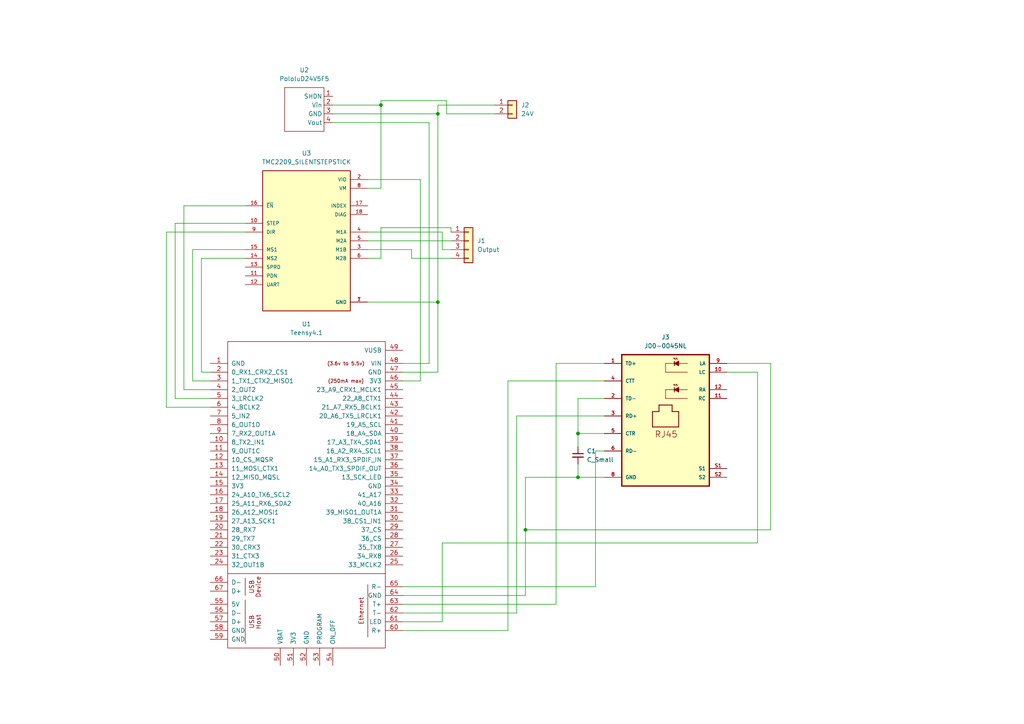
<source format=kicad_sch>
(kicad_sch (version 20231120) (generator "eeschema") (generator_version "8.0")
  (paper "A4")
  (title_block (title "Arm_Controller_Board") (date "2024-04-24"))
  (lib_symbols
    (symbol "Connector_Generic:Conn_01x02" (pin_names (offset 1.016) hide)
      (property "Reference" "J" (at 0 2.54 0))
      (property "Value" "Conn_01x02" (at 0 -5.08 0))
      (symbol "Conn_01x02_1_1"
        (rectangle (start -1.27 -2.413) (end 0 -2.667) (stroke (width 0.1524)))
        (rectangle (start -1.27 0.127) (end 0 -0.127) (stroke (width 0.1524)))
        (rectangle (start -1.27 1.27) (end 1.27 -3.81) (stroke (width 0.254)) (fill (type background)))
        (pin passive line (at -5.08 0 0) (length 3.81) (name "Pin_1") (number "1"))
        (pin passive line (at -5.08 -2.54 0) (length 3.81) (name "Pin_2") (number "2"))
      )
    )
    (symbol "Connector_Generic:Conn_01x04" (pin_names (offset 1.016) hide)
      (property "Reference" "J" (at 0 5.08 0))
      (property "Value" "Conn_01x04" (at 0 -7.62 0))
      (symbol "Conn_01x04_1_1"
        (rectangle (start -1.27 -4.953) (end 0 -5.207) (stroke (width 0.1524)))
        (rectangle (start -1.27 -2.413) (end 0 -2.667) (stroke (width 0.1524)))
        (rectangle (start -1.27 0.127) (end 0 -0.127) (stroke (width 0.1524)))
        (rectangle (start -1.27 2.667) (end 0 2.413) (stroke (width 0.1524)))
        (rectangle (start -1.27 3.81) (end 1.27 -6.35) (stroke (width 0.254)) (fill (type background)))
        (pin passive line (at -5.08 2.54 0) (length 3.81) (name "Pin_1") (number "1"))
        (pin passive line (at -5.08 0 0) (length 3.81) (name "Pin_2") (number "2"))
        (pin passive line (at -5.08 -2.54 0) (length 3.81) (name "Pin_3") (number "3"))
        (pin passive line (at -5.08 -5.08 0) (length 3.81) (name "Pin_4") (number "4"))
      )
    )
    (symbol "Device:C_Small" (pin_numbers hide) (pin_names (offset 0.254) hide)
      (property "Reference" "C" (at 0.254 1.778 0))
      (property "Value" "C_Small" (at 0.254 -2.032 0))
      (symbol "C_Small_0_1"
        (polyline (pts (xy -1.524 -0.508) (xy 1.524 -0.508)) (stroke (width 0.3302)))
        (polyline (pts (xy -1.524 0.508) (xy 1.524 0.508)) (stroke (width 0.3048)))
      )
      (symbol "C_Small_1_1"
        (pin passive line (at 0 2.54 270) (length 2.032) (name "~") (number "1"))
        (pin passive line (at 0 -2.54 90) (length 2.032) (name "~") (number "2"))
      )
    )
    (symbol "EthernetHead:J00-0045NL" (pin_names (offset 1.016))
      (property "Reference" "J" (at -12.7418 21.6609 0))
      (property "Value" "J00-0045NL" (at -12.7427 -21.0253 0))
      (symbol "J00-0045NL_0_0"
        (rectangle (start -12.7 -17.78) (end 12.7 20.32) (stroke (width 0.4064)) (fill (type background)))
        (polyline (pts (xy -3.81 -0.635) (xy -3.81 3.81)) (stroke (width 0.254)))
        (polyline (pts (xy -3.81 3.81) (xy -1.905 3.81)) (stroke (width 0.254)))
        (polyline (pts (xy -1.905 3.81) (xy -1.905 5.715)) (stroke (width 0.254)))
        (polyline (pts (xy -1.905 5.715) (xy 1.905 5.715)) (stroke (width 0.254)))
        (polyline (pts (xy 0 10.16) (xy 0 7.62)) (stroke (width 0.1524)))
        (polyline (pts (xy 0 17.78) (xy 0 15.24)) (stroke (width 0.1524)))
        (polyline (pts (xy 1.905 3.81) (xy 3.81 3.81)) (stroke (width 0.254)))
        (polyline (pts (xy 1.905 5.715) (xy 1.905 3.81)) (stroke (width 0.254)))
        (polyline (pts (xy 2.413 11.7157) (xy 2.413 11.3982)) (stroke (width 0.1524)))
        (polyline (pts (xy 2.413 11.7157) (xy 2.7305 11.7157)) (stroke (width 0.1524)))
        (polyline (pts (xy 2.413 19.3357) (xy 2.413 19.0182)) (stroke (width 0.1524)))
        (polyline (pts (xy 2.413 19.3357) (xy 2.7305 19.3357)) (stroke (width 0.1524)))
        (polyline (pts (xy 2.54 10.16) (xy 0 10.16)) (stroke (width 0.1524)))
        (polyline (pts (xy 2.54 10.16) (xy 2.54 9.525)) (stroke (width 0.254)))
        (polyline (pts (xy 2.54 10.16) (xy 3.81 10.795)) (stroke (width 0.254)))
        (polyline (pts (xy 2.54 10.795) (xy 2.54 10.16)) (stroke (width 0.254)))
        (polyline (pts (xy 2.54 17.78) (xy 0 17.78)) (stroke (width 0.1524)))
        (polyline (pts (xy 2.54 17.78) (xy 2.54 17.145)) (stroke (width 0.254)))
        (polyline (pts (xy 2.54 17.78) (xy 3.81 18.415)) (stroke (width 0.254)))
        (polyline (pts (xy 2.54 18.415) (xy 2.54 17.78)) (stroke (width 0.254)))
        (polyline (pts (xy 2.8892 11.2394) (xy 2.413 11.7157)) (stroke (width 0.1524)))
        (polyline (pts (xy 2.8892 18.8594) (xy 2.413 19.3357)) (stroke (width 0.1524)))
        (polyline (pts (xy 3.048 11.7157) (xy 3.048 11.3982)) (stroke (width 0.1524)))
        (polyline (pts (xy 3.048 11.7157) (xy 3.3655 11.7157)) (stroke (width 0.1524)))
        (polyline (pts (xy 3.048 19.3357) (xy 3.048 19.0182)) (stroke (width 0.1524)))
        (polyline (pts (xy 3.048 19.3357) (xy 3.3655 19.3357)) (stroke (width 0.1524)))
        (polyline (pts (xy 3.5242 11.2394) (xy 3.048 11.7157)) (stroke (width 0.1524)))
        (polyline (pts (xy 3.5242 18.8594) (xy 3.048 19.3357)) (stroke (width 0.1524)))
        (polyline (pts (xy 3.81 -0.635) (xy -3.81 -0.635)) (stroke (width 0.254)))
        (polyline (pts (xy 3.81 3.81) (xy 3.81 -0.635)) (stroke (width 0.254)))
        (polyline (pts (xy 3.81 9.525) (xy 2.54 10.16)) (stroke (width 0.254)))
        (polyline (pts (xy 3.81 10.16) (xy 3.81 9.525)) (stroke (width 0.254)))
        (polyline (pts (xy 3.81 10.795) (xy 3.81 10.16)) (stroke (width 0.254)))
        (polyline (pts (xy 3.81 17.145) (xy 2.54 17.78)) (stroke (width 0.254)))
        (polyline (pts (xy 3.81 17.78) (xy 3.81 17.145)) (stroke (width 0.254)))
        (polyline (pts (xy 3.81 18.415) (xy 3.81 17.78)) (stroke (width 0.254)))
        (polyline (pts (xy 6.35 7.62) (xy 0.0317 7.62)) (stroke (width 0.1524)))
        (polyline (pts (xy 6.35 10.16) (xy 3.81 10.16)) (stroke (width 0.1524)))
        (polyline (pts (xy 6.35 15.24) (xy 0 15.24)) (stroke (width 0.1524)))
        (polyline (pts (xy 6.35 17.78) (xy 3.81 17.78)) (stroke (width 0.1524)))
        (polyline (pts (xy 2.667 17.78) (xy 3.81 18.415) (xy 3.81 17.145) (xy 2.667 17.78)) (stroke (width 0.1524)) (fill (type outline)))
        (polyline (pts (xy 3.81 10.795) (xy 2.54 10.16) (xy 3.81 9.525) (xy 3.81 10.795)) (stroke (width 0.1524)) (fill (type outline)))
        (text "RJ45" (at -3.1811 -3.8174 0) (effects (font (size 1.7814 1.7814)) (justify left bottom)))
        (pin passive line (at -17.78 17.78 0) (length 5.08) (name "TD+") (number "1"))
        (pin passive line (at 17.78 15.24 180) (length 5.08) (name "LC") (number "10"))
        (pin passive line (at 17.78 7.62 180) (length 5.08) (name "RC") (number "11"))
        (pin passive line (at 17.78 10.16 180) (length 5.08) (name "RA") (number "12"))
        (pin passive line (at -17.78 7.62 0) (length 5.08) (name "TD-") (number "2"))
        (pin passive line (at -17.78 2.54 0) (length 5.08) (name "RD+") (number "3"))
        (pin passive line (at -17.78 12.7 0) (length 5.08) (name "CTT") (number "4"))
        (pin passive line (at -17.78 -2.54 0) (length 5.08) (name "CTR") (number "5"))
        (pin passive line (at -17.78 -7.62 0) (length 5.08) (name "RD-") (number "6"))
        (pin passive line (at -17.78 -15.24 0) (length 5.08) (name "GND") (number "8"))
        (pin passive line (at 17.78 17.78 180) (length 5.08) (name "LA") (number "9"))
        (pin passive line (at 17.78 -12.7 180) (length 5.08) (name "S1") (number "S1"))
        (pin passive line (at 17.78 -15.24 180) (length 5.08) (name "S2") (number "S2"))
      )
    )
    (symbol "Pololu_5V_D24V5F5:D24V5F5"
      (property "Reference" "U2" (at -5.715 11.43 0))
      (property "Value" "~" (at -5.715 8.89 0))
      (symbol "D24V5F5_0_1"
        (rectangle (start 0 7.62) (end -11.43 -5.08))
      )
      (symbol "D24V5F5_1_1"
        (pin power_in line (at 2.54 5.08 180) (length 2.54) (name "SHDN") (number "1"))
        (pin power_in line (at 2.54 2.54 180) (length 2.54) (name "Vin") (number "2"))
        (pin power_in line (at 2.54 0 180) (length 2.54) (name "GND") (number "3"))
        (pin power_out line (at 2.54 -2.54 180) (length 2.54) (name "Vout") (number "4"))
      )
    )
    (symbol "TMC2209_SILENTSTEPSTICK:TMC2209_SILENTSTEPSTICK" (pin_names (offset 1.016))
      (property "Reference" "U" (at -12.7 22.86 0))
      (property "Value" "TMC2209_SILENTSTEPSTICK" (at -12.7 -22.86 0))
      (symbol "TMC2209_SILENTSTEPSTICK_0_0"
        (rectangle (start -12.7 -20.32) (end 12.7 20.32) (stroke (width 0.254)) (fill (type background)))
        (pin power_in line (at 17.78 -17.78 180) (length 5.08) (name "GND") (number "1"))
        (pin input line (at -17.78 5.08 0) (length 5.08) (name "STEP") (number "10"))
        (pin bidirectional line (at -17.78 -10.16 0) (length 5.08) (name "PDN") (number "11"))
        (pin bidirectional line (at -17.78 -12.7 0) (length 5.08) (name "UART") (number "12"))
        (pin input line (at -17.78 -7.62 0) (length 5.08) (name "SPRD") (number "13"))
        (pin input line (at -17.78 -5.08 0) (length 5.08) (name "MS2") (number "14"))
        (pin input line (at -17.78 -2.54 0) (length 5.08) (name "MS1") (number "15"))
        (pin input line (at -17.78 10.16 0) (length 5.08) (name "~{EN}") (number "16"))
        (pin output line (at 17.78 10.16 180) (length 5.08) (name "INDEX") (number "17"))
        (pin output line (at 17.78 7.62 180) (length 5.08) (name "DIAG") (number "18"))
        (pin power_in line (at 17.78 17.78 180) (length 5.08) (name "VIO") (number "2"))
        (pin output line (at 17.78 -2.54 180) (length 5.08) (name "M1B") (number "3"))
        (pin output line (at 17.78 2.54 180) (length 5.08) (name "M1A") (number "4"))
        (pin output line (at 17.78 0 180) (length 5.08) (name "M2A") (number "5"))
        (pin output line (at 17.78 -5.08 180) (length 5.08) (name "M2B") (number "6"))
        (pin power_in line (at 17.78 -17.78 180) (length 5.08) (name "GND") (number "7"))
        (pin power_in line (at 17.78 15.24 180) (length 5.08) (name "VM") (number "8"))
        (pin input line (at -17.78 2.54 0) (length 5.08) (name "DIR") (number "9"))
      )
    )
    (symbol "Teensy:Teensy4.1" (pin_names (offset 1.016))
      (property "Reference" "U" (at 0 64.77 0))
      (property "Value" "Teensy4.1" (at 0 62.23 0))
      (symbol "Teensy4.1_0_0"
        (polyline (pts (xy -22.86 -6.35) (xy 22.86 -6.35)))
        (polyline (pts (xy -17.78 -26.67) (xy -17.78 -13.97)))
        (polyline (pts (xy -17.78 -7.62) (xy -17.78 -12.7)))
        (polyline (pts (xy 17.78 -9.525) (xy 17.78 -24.765)))
        (text "(250mA max)" (at 11.43 49.53 0) (effects (font (size 1.016 1.016))))
        (text "(3.6v to 5.5v)" (at 11.43 54.61 0) (effects (font (size 1.016 1.016))))
        (text "Device" (at -13.97 -10.16 900) (effects (font (size 1.27 1.27))))
        (text "Ethernet" (at 15.875 -17.145 900) (effects (font (size 1.27 1.27))))
        (text "Host" (at -13.97 -20.32 900) (effects (font (size 1.27 1.27))))
        (text "USB" (at -15.875 -20.32 900) (effects (font (size 1.27 1.27))))
        (text "USB" (at -15.875 -10.16 900) (effects (font (size 1.27 1.27))))
        (pin bidirectional line (at -27.94 31.75 0) (length 5.08) (name "8_TX2_IN1") (number "10"))
        (pin bidirectional line (at -27.94 29.21 0) (length 5.08) (name "9_OUT1C") (number "11"))
        (pin bidirectional line (at -27.94 26.67 0) (length 5.08) (name "10_CS_MQSR") (number "12"))
        (pin bidirectional line (at -27.94 24.13 0) (length 5.08) (name "11_MOSI_CTX1") (number "13"))
        (pin bidirectional line (at -27.94 21.59 0) (length 5.08) (name "12_MISO_MQSL") (number "14"))
        (pin power_in line (at -27.94 19.05 0) (length 5.08) (name "3V3") (number "15"))
        (pin bidirectional line (at -27.94 16.51 0) (length 5.08) (name "24_A10_TX6_SCL2") (number "16"))
        (pin bidirectional line (at -27.94 13.97 0) (length 5.08) (name "25_A11_RX6_SDA2") (number "17"))
        (pin bidirectional line (at -27.94 11.43 0) (length 5.08) (name "26_A12_MOSI1") (number "18"))
        (pin bidirectional line (at -27.94 8.89 0) (length 5.08) (name "27_A13_SCK1") (number "19"))
        (pin bidirectional line (at -27.94 6.35 0) (length 5.08) (name "28_RX7") (number "20"))
        (pin bidirectional line (at -27.94 3.81 0) (length 5.08) (name "29_TX7") (number "21"))
        (pin bidirectional line (at -27.94 1.27 0) (length 5.08) (name "30_CRX3") (number "22"))
        (pin bidirectional line (at -27.94 -1.27 0) (length 5.08) (name "31_CTX3") (number "23"))
        (pin bidirectional line (at -27.94 -3.81 0) (length 5.08) (name "32_OUT1B") (number "24"))
        (pin bidirectional line (at 27.94 -3.81 180) (length 5.08) (name "33_MCLK2") (number "25"))
        (pin bidirectional line (at 27.94 -1.27 180) (length 5.08) (name "34_RX8") (number "26"))
        (pin bidirectional line (at 27.94 1.27 180) (length 5.08) (name "35_TX8") (number "27"))
        (pin bidirectional line (at 27.94 3.81 180) (length 5.08) (name "36_CS") (number "28"))
        (pin bidirectional line (at 27.94 6.35 180) (length 5.08) (name "37_CS") (number "29"))
        (pin bidirectional line (at 27.94 8.89 180) (length 5.08) (name "38_CS1_IN1") (number "30"))
        (pin bidirectional line (at 27.94 11.43 180) (length 5.08) (name "39_MISO1_OUT1A") (number "31"))
        (pin bidirectional line (at 27.94 13.97 180) (length 5.08) (name "40_A16") (number "32"))
        (pin bidirectional line (at 27.94 16.51 180) (length 5.08) (name "41_A17") (number "33"))
        (pin bidirectional line (at 27.94 21.59 180) (length 5.08) (name "13_SCK_LED") (number "35"))
        (pin bidirectional line (at 27.94 24.13 180) (length 5.08) (name "14_A0_TX3_SPDIF_OUT") (number "36"))
        (pin bidirectional line (at 27.94 26.67 180) (length 5.08) (name "15_A1_RX3_SPDIF_IN") (number "37"))
        (pin bidirectional line (at 27.94 29.21 180) (length 5.08) (name "16_A2_RX4_SCL1") (number "38"))
        (pin bidirectional line (at 27.94 31.75 180) (length 5.08) (name "17_A3_TX4_SDA1") (number "39"))
        (pin bidirectional line (at 27.94 34.29 180) (length 5.08) (name "18_A4_SDA") (number "40"))
        (pin bidirectional line (at 27.94 36.83 180) (length 5.08) (name "19_A5_SCL") (number "41"))
        (pin bidirectional line (at 27.94 39.37 180) (length 5.08) (name "20_A6_TX5_LRCLK1") (number "42"))
        (pin bidirectional line (at 27.94 41.91 180) (length 5.08) (name "21_A7_RX5_BCLK1") (number "43"))
        (pin bidirectional line (at 27.94 44.45 180) (length 5.08) (name "22_A8_CTX1") (number "44"))
        (pin bidirectional line (at 27.94 46.99 180) (length 5.08) (name "23_A9_CRX1_MCLK1") (number "45"))
        (pin output line (at 27.94 49.53 180) (length 5.08) (name "3V3") (number "46"))
        (pin output line (at 27.94 52.07 180) (length 5.08) (name "GND") (number "47"))
        (pin power_in line (at 27.94 54.61 180) (length 5.08) (name "VIN") (number "48"))
        (pin power_out line (at 27.94 58.42 180) (length 5.08) (name "VUSB") (number "49"))
        (pin bidirectional line (at -27.94 44.45 0) (length 5.08) (name "3_LRCLK2") (number "5"))
        (pin power_in line (at -7.62 -33.02 90) (length 5.08) (name "VBAT") (number "50"))
        (pin power_in line (at -3.81 -33.02 90) (length 5.08) (name "3V3") (number "51"))
        (pin input line (at 0 -33.02 90) (length 5.08) (name "GND") (number "52"))
        (pin input line (at 3.81 -33.02 90) (length 5.08) (name "PROGRAM") (number "53"))
        (pin input line (at 7.62 -33.02 90) (length 5.08) (name "ON_OFF") (number "54"))
        (pin power_out line (at -27.94 -15.24 0) (length 5.08) (name "5V") (number "55"))
        (pin bidirectional line (at -27.94 -17.78 0) (length 5.08) (name "D-") (number "56"))
        (pin bidirectional line (at -27.94 -20.32 0) (length 5.08) (name "D+") (number "57"))
        (pin power_in line (at -27.94 -22.86 0) (length 5.08) (name "GND") (number "58"))
        (pin power_in line (at -27.94 -25.4 0) (length 5.08) (name "GND") (number "59"))
        (pin bidirectional line (at -27.94 41.91 0) (length 5.08) (name "4_BCLK2") (number "6"))
        (pin bidirectional line (at 27.94 -22.86 180) (length 5.08) (name "R+") (number "60"))
        (pin bidirectional line (at 27.94 -20.32 180) (length 5.08) (name "LED") (number "61"))
        (pin bidirectional line (at 27.94 -17.78 180) (length 5.08) (name "T-") (number "62"))
        (pin bidirectional line (at 27.94 -15.24 180) (length 5.08) (name "T+") (number "63"))
        (pin power_in line (at 27.94 -12.7 180) (length 5.08) (name "GND") (number "64"))
        (pin bidirectional line (at 27.94 -10.16 180) (length 5.08) (name "R-") (number "65"))
        (pin bidirectional line (at -27.94 -8.89 0) (length 5.08) (name "D-") (number "66"))
        (pin bidirectional line (at -27.94 -11.43 0) (length 5.08) (name "D+") (number "67"))
        (pin bidirectional line (at -27.94 39.37 0) (length 5.08) (name "5_IN2") (number "7"))
        (pin bidirectional line (at -27.94 36.83 0) (length 5.08) (name "6_OUT1D") (number "8"))
        (pin bidirectional line (at -27.94 34.29 0) (length 5.08) (name "7_RX2_OUT1A") (number "9"))
      )
      (symbol "Teensy4.1_0_1"
        (rectangle (start -22.86 60.96) (end 22.86 -27.94))
        (rectangle (start -20.32 -1.27) (end -20.32 -1.27))
      )
      (symbol "Teensy4.1_1_1"
        (pin power_in line (at -27.94 54.61 0) (length 5.08) (name "GND") (number "1"))
        (pin bidirectional line (at -27.94 52.07 0) (length 5.08) (name "0_RX1_CRX2_CS1") (number "2"))
        (pin bidirectional line (at -27.94 49.53 0) (length 5.08) (name "1_TX1_CTX2_MISO1") (number "3"))
        (pin power_in line (at 27.94 19.05 180) (length 5.08) (name "GND") (number "34"))
        (pin bidirectional line (at -27.94 46.99 0) (length 5.08) (name "2_OUT2") (number "4"))
      )
    )
  )
  (junction (at 152.4 153.67))
  (junction (at 127 33.02))
  (junction (at 167.64 138.43))
  (junction (at 167.64 125.73))
  (junction (at 110.49 30.48))
  (junction (at 127 87.63))
  (wire (pts (xy 128.27 67.31) (xy 128.27 72.39)))
  (wire (pts (xy 53.34 59.69) (xy 71.12 59.69)))
  (wire (pts (xy 127 33.02) (xy 127 87.63)))
  (wire (pts (xy 55.88 72.39) (xy 55.88 110.49)))
  (wire (pts (xy 96.52 35.56) (xy 124.46 35.56)))
  (wire (pts (xy 175.26 110.49) (xy 147.32 110.49)))
  (wire (pts (xy 58.42 74.93) (xy 71.12 74.93)))
  (wire (pts (xy 119.38 72.39) (xy 119.38 74.93)))
  (wire (pts (xy 106.68 69.85) (xy 130.81 69.85)))
  (wire (pts (xy 175.26 105.41) (xy 161.29 105.41)))
  (wire (pts (xy 106.68 67.31) (xy 128.27 67.31)))
  (wire (pts (xy 152.4 138.43) (xy 152.4 153.67)))
  (wire (pts (xy 50.8 64.77) (xy 50.8 115.57)))
  (wire (pts (xy 152.4 153.67) (xy 152.4 172.72)))
  (wire (pts (xy 129.54 33.02) (xy 129.54 29.21)))
  (wire (pts (xy 48.26 118.11) (xy 60.96 118.11)))
  (wire (pts (xy 128.27 157.48) (xy 128.27 180.34)))
  (wire (pts (xy 128.27 180.34) (xy 116.84 180.34)))
  (wire (pts (xy 110.49 54.61) (xy 106.68 54.61)))
  (wire (pts (xy 175.26 115.57) (xy 167.64 115.57)))
  (wire (pts (xy 50.8 64.77) (xy 71.12 64.77)))
  (wire (pts (xy 129.54 29.21) (xy 110.49 29.21)))
  (wire (pts (xy 116.84 110.49) (xy 121.92 110.49)))
  (wire (pts (xy 130.81 66.04) (xy 130.81 67.31)))
  (wire (pts (xy 110.49 66.04) (xy 130.81 66.04)))
  (wire (pts (xy 167.64 115.57) (xy 167.64 125.73)))
  (wire (pts (xy 124.46 35.56) (xy 124.46 105.41)))
  (wire (pts (xy 175.26 125.73) (xy 167.64 125.73)))
  (wire (pts (xy 149.86 120.65) (xy 149.86 177.8)))
  (wire (pts (xy 167.64 138.43) (xy 152.4 138.43)))
  (wire (pts (xy 124.46 105.41) (xy 116.84 105.41)))
  (wire (pts (xy 106.68 72.39) (xy 119.38 72.39)))
  (wire (pts (xy 127 87.63) (xy 127 107.95)))
  (wire (pts (xy 121.92 52.07) (xy 121.92 110.49)))
  (wire (pts (xy 152.4 172.72) (xy 116.84 172.72)))
  (wire (pts (xy 223.52 153.67) (xy 152.4 153.67)))
  (wire (pts (xy 161.29 175.26) (xy 116.84 175.26)))
  (wire (pts (xy 116.84 107.95) (xy 127 107.95)))
  (wire (pts (xy 110.49 29.21) (xy 110.49 30.48)))
  (wire (pts (xy 149.86 177.8) (xy 116.84 177.8)))
  (wire (pts (xy 210.82 105.41) (xy 223.52 105.41)))
  (wire (pts (xy 119.38 74.93) (xy 130.81 74.93)))
  (wire (pts (xy 96.52 30.48) (xy 110.49 30.48)))
  (wire (pts (xy 53.34 113.03) (xy 60.96 113.03)))
  (wire (pts (xy 161.29 105.41) (xy 161.29 175.26)))
  (wire (pts (xy 58.42 107.95) (xy 60.96 107.95)))
  (wire (pts (xy 58.42 74.93) (xy 58.42 107.95)))
  (wire (pts (xy 147.32 110.49) (xy 147.32 182.88)))
  (wire (pts (xy 48.26 67.31) (xy 48.26 118.11)))
  (wire (pts (xy 55.88 110.49) (xy 60.96 110.49)))
  (wire (pts (xy 48.26 67.31) (xy 71.12 67.31)))
  (wire (pts (xy 175.26 130.81) (xy 172.72 130.81)))
  (wire (pts (xy 219.71 107.95) (xy 219.71 157.48)))
  (wire (pts (xy 128.27 72.39) (xy 130.81 72.39)))
  (wire (pts (xy 143.51 33.02) (xy 129.54 33.02)))
  (wire (pts (xy 106.68 87.63) (xy 127 87.63)))
  (wire (pts (xy 55.88 72.39) (xy 71.12 72.39)))
  (wire (pts (xy 106.68 52.07) (xy 121.92 52.07)))
  (wire (pts (xy 96.52 33.02) (xy 127 33.02)))
  (wire (pts (xy 175.26 120.65) (xy 149.86 120.65)))
  (wire (pts (xy 172.72 130.81) (xy 172.72 170.18)))
  (wire (pts (xy 143.51 30.48) (xy 127 30.48)))
  (wire (pts (xy 53.34 59.69) (xy 53.34 113.03)))
  (wire (pts (xy 167.64 125.73) (xy 167.64 129.54)))
  (wire (pts (xy 175.26 138.43) (xy 167.64 138.43)))
  (wire (pts (xy 50.8 115.57) (xy 60.96 115.57)))
  (wire (pts (xy 219.71 157.48) (xy 128.27 157.48)))
  (wire (pts (xy 172.72 170.18) (xy 116.84 170.18)))
  (wire (pts (xy 210.82 107.95) (xy 219.71 107.95)))
  (wire (pts (xy 110.49 30.48) (xy 110.49 54.61)))
  (wire (pts (xy 223.52 105.41) (xy 223.52 153.67)))
  (wire (pts (xy 110.49 74.93) (xy 110.49 66.04)))
  (wire (pts (xy 127 30.48) (xy 127 33.02)))
  (wire (pts (xy 106.68 74.93) (xy 110.49 74.93)))
  (wire (pts (xy 147.32 182.88) (xy 116.84 182.88)))
  (wire (pts (xy 167.64 134.62) (xy 167.64 138.43)))
  (symbol (lib_id "TMC2209_SILENTSTEPSTICK:TMC2209_SILENTSTEPSTICK") (at 88.9 69.85 0) (unit 1)
    (property "Reference" "U3" (at 88.9 44.45 0))
    (property "Value" "TMC2209_SILENTSTEPSTICK" (at 88.9 46.99 0))
    (property "Footprint" "Bigtreetech_TMC2209:MODULE_TMC2209_SILENTSTEPSTICK" (effects (hide yes)))
    (property "MF" "Trinamic Motion Control GmbH" (effects (hide yes)))
    (property "Description_1" "\nTMC2209 Motor Controller/Driver Power Management Evaluation Board\n" (effects (hide yes)))
    (property "Package" "None" (effects (hide yes)))
    (property "Price" "None" (effects (hide yes)))
    (property "Check_prices" "https://www.snapeda.com/parts/TMC2209%20SILENTSTEPSTICK/Trinamic+Motion+Control+GmbH/view-part/?ref=eda" (effects (hide yes)))
    (property "STANDARD" "Manufacturer Recommendations" (effects (hide yes)))
    (property "PARTREV" "1.20" (effects (hide yes)))
    (property "SnapEDA_Link" "https://www.snapeda.com/parts/TMC2209%20SILENTSTEPSTICK/Trinamic+Motion+Control+GmbH/view-part/?ref=snap" (effects (hide yes)))
    (property "MP" "TMC2209 SILENTSTEPSTICK" (effects (hide yes)))
    (property "MANUFACTURER" "Trinamic Motion Control GmbH" (effects (hide yes)))
    (property "Availability" "In Stock" (effects (hide yes)))
    (property "SNAPEDA_PN" "TMC2209 SILENTSTEPSTICK" (effects (hide yes)))
  )
  (symbol (lib_id "Teensy:Teensy4.1") (at 88.9 160.02 0) (unit 1)
    (property "Reference" "U1" (at 88.9 93.98 0))
    (property "Value" "Teensy4.1" (at 88.9 96.52 0))
    (property "Footprint" "Teensy:Teensy41" (effects (hide yes)))
  )
  (symbol (lib_id "Pololu_5V_D24V5F5:D24V5F5") (at 93.98 33.02 0) (unit 1)
    (property "Reference" "U2" (at 88.265 20.32 0))
    (property "Value" "PololuD24V5F5" (at 88.265 22.86 0))
    (property "Footprint" "Connector_PinHeader_2.54mm:PinHeader_1x04_P2.54mm_Vertical" (effects (hide yes)))
  )
  (symbol (lib_id "EthernetHead:J00-0045NL") (at 193.04 123.19 0) (unit 1)
    (property "Reference" "J3" (at 193.04 97.79 0))
    (property "Value" "J00-0045NL" (at 193.04 100.33 0))
    (property "Footprint" "EthernetConn:PULSE_J00-0045NL" (effects (hide yes)))
    (property "MF" "Pulse Electronics" (effects (hide yes)))
    (property "DESCRIPTION" "Conn RJ-45 Integrated Magnetics F 8 POS 2.54mm Solder RA Thru-Hole 12 Terminal 1 Port Cat 5/Cat 6" (effects (hide yes)))
    (property "PACKAGE" "None" (effects (hide yes)))
    (property "Price" "None" (effects (hide yes)))
    (property "Package" "None" (effects (hide yes)))
    (property "Check_prices" "https://www.snapeda.com/parts/J00-0045NL/Pulse+Electronics+Network/view-part/?ref=eda" (effects (hide yes)))
    (property "SnapEDA_Link" "https://www.snapeda.com/parts/J00-0045NL/Pulse+Electronics+Network/view-part/?ref=snap" (effects (hide yes)))
    (property "MP" "J00-0045NL" (effects (hide yes)))
    (property "Purchase-URL" "https://www.snapeda.com/api/url_track_click_mouser/?unipart_id=87956&manufacturer=Pulse Electronics&part_name=J00-0045NL&search_term=None" (effects (hide yes)))
    (property "Availability" "In Stock" (effects (hide yes)))
    (property "Description_1" "\n1 Port RJ45 Magjack Connector Through Hole 10/100 Base-TX, AutoMDIX\n" (effects (hide yes)))
  )
  (symbol (lib_id "Connector_Generic:Conn_01x02") (at 148.59 30.48 0) (unit 1)
    (property "Reference" "J2" (at 151.13 30.4799 0) (effects (justify left)))
    (property "Value" "24V" (at 151.13 33.0199 0) (effects (justify left)))
    (property "Footprint" "Connector_Wire:SolderWire-0.5sqmm_1x02_P4.6mm_D0.9mm_OD2.1mm_Relief" (effects (hide yes)))
    (property "Description" "Generic connector, single row, 01x02, script generated (kicad-library-utils/schlib/autogen/connector/)" (effects (hide yes)))
  )
  (symbol (lib_id "Device:C_Small") (at 167.64 132.08 0) (unit 1)
    (property "Reference" "C1" (at 170.18 130.8162 0) (effects (justify left)))
    (property "Value" "C_Small" (at 170.18 133.3562 0) (effects (justify left)))
    (property "Footprint" "Capacitor_THT:C_Disc_D3.0mm_W1.6mm_P2.50mm" (effects (hide yes)))
    (property "Description" "Unpolarized capacitor, small symbol" (effects (hide yes)))
  )
  (symbol (lib_id "Connector_Generic:Conn_01x04") (at 135.89 69.85 0) (unit 1)
    (property "Reference" "J1" (at 138.43 69.8499 0) (effects (justify left)))
    (property "Value" "Output" (at 138.43 72.3899 0) (effects (justify left)))
    (property "Footprint" "Connector_PinHeader_2.54mm:PinHeader_1x04_P2.54mm_Vertical" (effects (hide yes)))
    (property "Description" "Generic connector, single row, 01x04, script generated (kicad-library-utils/schlib/autogen/connector/)" (effects (hide yes)))
  )
)
</source>
